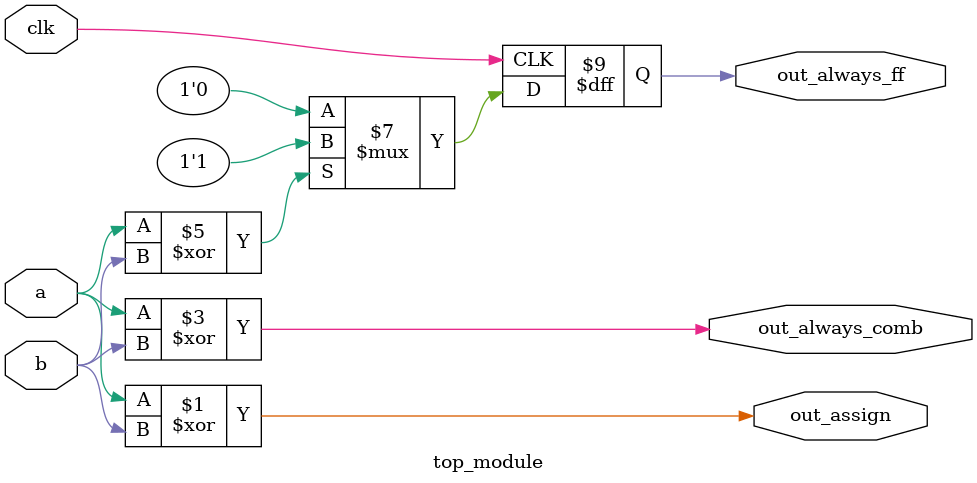
<source format=v>
module top_module(
    input clk,
    input a,
    input b,
    output wire out_assign,
    output reg out_always_comb,
    output reg out_always_ff   );
    //assignment
    assign out_assign = a ^ b;
    
    //combination always logic
    always @(*)
        begin
            out_always_comb =  a ^ b;
        end
    
    //combination always clocked
    always @(posedge clk)
        begin
            if(a ^ b)
                out_always_ff = 1'b1;
            else 
                out_always_ff = 1'b0;
        end

endmodule

</source>
